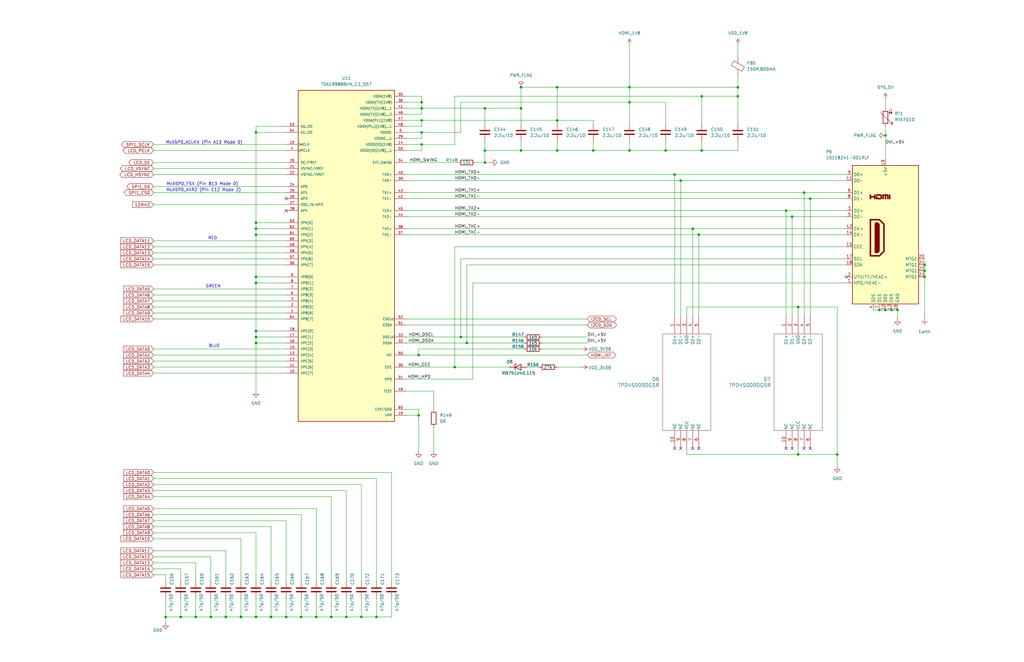
<source format=kicad_sch>
(kicad_sch (version 20231120) (generator "eeschema") (generator_version "8.0")
  (paper "B")
  (title_block (title "HDMI FRAMER"))
  (lib_symbols
    (symbol "MT41K256M16TW-107_P:C" (pin_numbers hide) (pin_names (offset 0.254))
      (property "Reference" "C" (at 0.635 2.54 0))
      (property "Value" "C" (at 0.635 -2.54 0))
      (symbol "C_1_1"
        (pin passive line (at 0 3.81 270) (length 2.794) (name "~") (number "1"))
        (pin passive line (at 0 -3.81 90) (length 2.794) (name "~") (number "2"))
      )
    )
    (symbol "MT41K256M16TW-107_P:D_Zener" (pin_numbers hide) (pin_names (offset 1.016) hide)
      (property "Reference" "D" (at 0 2.54 0))
      (property "Value" "D_Zener" (at 0 -2.54 0))
      (symbol "D_Zener_1_1"
        (pin passive line (at -3.81 0 0) (length 2.54) (name "K") (number "1"))
        (pin passive line (at 3.81 0 180) (length 2.54) (name "A") (number "2"))
      )
    )
    (symbol "MT41K256M16TW-107_P:FerriteBead" (pin_numbers hide) (pin_names (offset 0))
      (property "Reference" "FB" (at -3.81 0.635 90))
      (property "Value" "FerriteBead" (at 3.81 0 90))
      (symbol "FerriteBead_1_1"
        (pin passive line (at 0 3.81 270) (length 2.54) (name "~") (number "1"))
        (pin passive line (at 0 -3.81 90) (length 2.54) (name "~") (number "2"))
      )
    )
    (symbol "MT41K256M16TW-107_P:HDMI_D_1.4"
      (property "Reference" "P6" (at 11.43 1.2701 0))
      (property "Value" "10118241-001RLF" (at 11.43 -1.2699 0))
      (symbol "HDMI_D_1.4_1_1"
        (pin passive line (at -10.16 -19.05 0) (length 2.54) (name "HPD/HEAC-") (number "1"))
        (pin power_in line (at 6.35 -30.48 90) (length 2.54) (name "D0S") (number "10"))
        (pin passive line (at -10.16 24.13 0) (length 2.54) (name "D0-") (number "11"))
        (pin passive line (at -10.16 3.81 0) (length 2.54) (name "CK+") (number "12"))
        (pin power_in line (at 8.89 -30.48 90) (length 2.54) (name "CKS") (number "13"))
        (pin passive line (at -10.16 1.27 0) (length 2.54) (name "CK-") (number "14"))
        (pin bidirectional line (at -10.16 -3.81 0) (length 2.54) (name "CEC") (number "15"))
        (pin power_in line (at 11.43 -30.48 90) (length 2.54) (name "GND") (number "16"))
        (pin passive line (at -10.16 -8.89 0) (length 2.54) (name "SCL") (number "17"))
        (pin bidirectional line (at -10.16 -11.43 0) (length 2.54) (name "SDA") (number "18"))
        (pin power_in line (at 6.35 33.02 270) (length 2.54) (name "+5V") (number "19"))
        (pin passive line (at -10.16 -16.51 0) (length 2.54) (name "UTILITY/HEAC+") (number "2"))
        (pin passive line (at 22.86 -8.89 180) (length 2.54) (name "MTG1") (number "20"))
        (pin passive line (at 22.86 -11.43 180) (length 2.54) (name "MTG1") (number "21"))
        (pin passive line (at 22.86 -13.97 180) (length 2.54) (name "MTG1") (number "22"))
        (pin passive line (at 22.86 -16.51 180) (length 2.54) (name "MTG1") (number "23"))
        (pin passive line (at -10.16 11.43 0) (length 2.54) (name "D2+") (number "3"))
        (pin power_in line (at 1.27 -30.48 90) (length 2.54) (name "D2S") (number "4"))
        (pin passive line (at -10.16 8.89 0) (length 2.54) (name "D2-") (number "5"))
        (pin passive line (at -10.16 19.05 0) (length 2.54) (name "D1+") (number "6"))
        (pin power_in line (at 3.81 -30.48 90) (length 2.54) (name "D1S") (number "7"))
        (pin passive line (at -10.16 16.51 0) (length 2.54) (name "D1-") (number "8"))
        (pin passive line (at -10.16 26.67 0) (length 2.54) (name "D0+") (number "9"))
      )
    )
    (symbol "MT41K256M16TW-107_P:R" (pin_numbers hide) (pin_names (offset 0))
      (property "Reference" "R" (at 2.032 0 90))
      (property "Value" "R" (at 0 0 90))
      (symbol "R_1_1"
        (pin passive line (at 0 3.81 270) (length 1.27) (name "~") (number "1"))
        (pin passive line (at 0 -3.81 90) (length 1.27) (name "~") (number "2"))
      )
    )
    (symbol "MT41K256M16TW-107_P:TDA19988BHN_C1_557" (pin_names (offset 1.016))
      (property "Reference" "U" (at -20.32 64.77 0))
      (property "Value" "TDA19988BHN_C1_557" (at -20.32 -77.47 0))
      (symbol "TDA19988BHN_C1_557_0_0"
        (pin input line (at -25.4 -30.48 0) (length 5.08) (name "VPB[6]") (number "1"))
        (pin input line (at -25.4 -55.88 0) (length 5.08) (name "VPC[7]") (number "10"))
        (pin input line (at -25.4 -53.34 0) (length 5.08) (name "VPC[6]") (number "11"))
        (pin input line (at -25.4 -50.8 0) (length 5.08) (name "VPC[5]") (number "12"))
        (pin input line (at -25.4 -48.26 0) (length 5.08) (name "VPC[4]") (number "13"))
        (pin power_in line (at 25.4 40.64 180) (length 5.08) (name "VDDD(IO)(1V8)") (number "14"))
        (pin input line (at -25.4 -45.72 0) (length 5.08) (name "VPC[3]") (number "15"))
        (pin input line (at -25.4 -43.18 0) (length 5.08) (name "VPC[2]") (number "16"))
        (pin input line (at -25.4 -40.64 0) (length 5.08) (name "VPC[1]") (number "17"))
        (pin input line (at -25.4 -38.1 0) (length 5.08) (name "VPC[0]") (number "18"))
        (pin power_in line (at 25.4 -73.66 180) (length 5.08) (name "VPP") (number "19"))
        (pin input line (at -25.4 -27.94 0) (length 5.08) (name "VPB[5]") (number "2"))
        (pin input line (at -25.4 33.02 0) (length 5.08) (name "DE/FREF") (number "20"))
        (pin input line (at -25.4 30.48 0) (length 5.08) (name "VSYNC/VREF") (number "21"))
        (pin input line (at -25.4 27.94 0) (length 5.08) (name "HSYNC/HREF") (number "22"))
        (pin input clock (at -25.4 40.64 0) (length 5.08) (name "ACLK") (number "23"))
        (pin input line (at -25.4 22.86 0) (length 5.08) (name "AP0") (number "24"))
        (pin input line (at -25.4 20.32 0) (length 5.08) (name "AP1") (number "25"))
        (pin input line (at -25.4 17.78 0) (length 5.08) (name "AP2") (number "26"))
        (pin input line (at -25.4 15.24 0) (length 5.08) (name "OSC_IN/AP3") (number "27"))
        (pin input line (at -25.4 12.7 0) (length 5.08) (name "AP4") (number "28"))
        (pin power_in line (at 25.4 43.18 180) (length 5.08) (name "VDDDC__1") (number "29"))
        (pin input line (at -25.4 -25.4 0) (length 5.08) (name "VPB[4]") (number "3"))
        (pin bidirectional line (at 25.4 -53.34 180) (length 5.08) (name "CEC") (number "30"))
        (pin bidirectional line (at 25.4 -58.42 180) (length 5.08) (name "HPD") (number "31"))
        (pin bidirectional line (at 25.4 -43.18 180) (length 5.08) (name "DSDA") (number "32"))
        (pin input clock (at 25.4 -40.64 180) (length 5.08) (name "DSCL") (number "33"))
        (pin output line (at 25.4 33.02 180) (length 5.08) (name "EXT_SWING") (number "34"))
        (pin power_in line (at 25.4 60.96 180) (length 5.08) (name "VDDA(1V8)") (number "35"))
        (pin power_in line (at 25.4 58.42 180) (length 5.08) (name "VDDA(TX)(1V8)") (number "36"))
        (pin output line (at 25.4 2.54 180) (length 5.08) (name "TXC-") (number "37"))
        (pin output line (at 25.4 5.08 180) (length 5.08) (name "TXC+") (number "38"))
        (pin output line (at 25.4 25.4 180) (length 5.08) (name "TX0-") (number "39"))
        (pin input clock (at -25.4 38.1 0) (length 5.08) (name "PCLK") (number "4"))
        (pin output line (at 25.4 27.94 180) (length 5.08) (name "TX0+") (number "40"))
        (pin power_in line (at 25.4 55.88 180) (length 5.08) (name "VDDA(TX)(1V8)__1") (number "41"))
        (pin output line (at 25.4 17.78 180) (length 5.08) (name "TX1-") (number "42"))
        (pin output line (at 25.4 20.32 180) (length 5.08) (name "TX1+") (number "43"))
        (pin output line (at 25.4 10.16 180) (length 5.08) (name "TX2-") (number "44"))
        (pin output line (at 25.4 12.7 180) (length 5.08) (name "TX2+") (number "45"))
        (pin power_in line (at 25.4 53.34 180) (length 5.08) (name "VDDA(TX)(1V8)__2") (number "46"))
        (pin power_in line (at 25.4 50.8 180) (length 5.08) (name "VDDA(PLL)(1V8)") (number "47"))
        (pin power_in line (at 25.4 48.26 180) (length 5.08) (name "VDDA(PLL)(1V8)__1") (number "48"))
        (pin bidirectional line (at 25.4 -63.5 180) (length 5.08) (name "TEST") (number "49"))
        (pin power_in line (at 25.4 45.72 180) (length 5.08) (name "VDDDC") (number "5"))
        (pin bidirectional line (at 25.4 -48.26 180) (length 5.08) (name "INT") (number "50"))
        (pin bidirectional line (at 25.4 -35.56 180) (length 5.08) (name "CSDA") (number "51"))
        (pin input clock (at 25.4 -33.02 180) (length 5.08) (name "CSCL") (number "52"))
        (pin input line (at -25.4 48.26 0) (length 5.08) (name "A0_I2C") (number "53"))
        (pin input line (at -25.4 45.72 0) (length 5.08) (name "A1_I2C") (number "54"))
        (pin power_in line (at 25.4 38.1 180) (length 5.08) (name "VDDD(IO)(1V8)__1") (number "55"))
        (pin input line (at -25.4 -10.16 0) (length 5.08) (name "VPA[7]") (number "56"))
        (pin input line (at -25.4 -7.62 0) (length 5.08) (name "VPA[6]") (number "57"))
        (pin input line (at -25.4 -5.08 0) (length 5.08) (name "VPA[5]") (number "58"))
        (pin input line (at -25.4 -2.54 0) (length 5.08) (name "VPA[4]") (number "59"))
        (pin input line (at -25.4 -22.86 0) (length 5.08) (name "VPB[3]") (number "6"))
        (pin input line (at -25.4 0 0) (length 5.08) (name "VPA[3]") (number "60"))
        (pin input line (at -25.4 2.54 0) (length 5.08) (name "VPA[2]") (number "61"))
        (pin input line (at -25.4 5.08 0) (length 5.08) (name "VPA[1]") (number "62"))
        (pin input line (at -25.4 7.62 0) (length 5.08) (name "VPA[0]") (number "63"))
        (pin input line (at -25.4 -33.02 0) (length 5.08) (name "VPB[7]") (number "64"))
        (pin power_in line (at 25.4 -71.12 180) (length 5.08) (name "EXP/GND") (number "65"))
        (pin input line (at -25.4 -20.32 0) (length 5.08) (name "VPB[2]") (number "7"))
        (pin input line (at -25.4 -17.78 0) (length 5.08) (name "VPB[1]") (number "8"))
        (pin input line (at -25.4 -15.24 0) (length 5.08) (name "VPB[0]") (number "9"))
      )
    )
    (symbol "MT41K256M16TW-107_P:TPD4S009DGSR" (pin_names (offset 0.254))
      (property "Reference" "D7" (at 26.6699 6.35 90))
      (property "Value" "TPD4S009DGSR" (at 29.2099 6.35 90))
      (symbol "TPD4S009DGSR_0_1"
        (pin unspecified line (at 55.88 0 180) (length 7.62) (name "NC") (number "10"))
        (pin power_in line (at 0 -5.08 0) (length 7.62) (name "GND") (number "3"))
        (pin unspecified line (at 55.88 -10.16 180) (length 7.62) (name "NC") (number "6"))
        (pin unspecified line (at 55.88 -7.62 180) (length 7.62) (name "NC") (number "7"))
        (pin power_in line (at 55.88 -5.08 180) (length 7.62) (name "VCC") (number "8"))
        (pin unspecified line (at 55.88 -2.54 180) (length 7.62) (name "NC") (number "9"))
      )
      (symbol "TPD4S009DGSR_1_1"
        (pin bidirectional line (at 0 0 0) (length 7.62) (name "D1+") (number "1"))
        (pin bidirectional line (at 0 -2.54 0) (length 7.62) (name "D1-") (number "2"))
        (pin bidirectional line (at 0 -7.62 0) (length 7.62) (name "D2+") (number "4"))
        (pin bidirectional line (at 0 -10.16 0) (length 7.62) (name "D2-") (number "5"))
      )
    )
    (symbol "MT41K256M16TW-107_P:Thermistor_PTC" (pin_numbers hide) (pin_names (offset 0))
      (property "Reference" "TH" (at -4.064 0 90))
      (property "Value" "Thermistor_PTC" (at 3.048 0 90))
      (symbol "Thermistor_PTC_1_1"
        (pin passive line (at 0 3.81 270) (length 1.27) (name "~") (number "1"))
        (pin passive line (at 0 -3.81 90) (length 1.27) (name "~") (number "2"))
      )
    )
    (symbol "TPD4S009DGSR_1" (pin_names (offset 0.254))
      (property "Reference" "D6" (at 26.6699 6.35 90))
      (property "Value" "TPD4S009DGSR" (at 29.2099 6.35 90))
      (symbol "TPD4S009DGSR_1_0_1"
        (pin unspecified line (at 55.88 0 180) (length 7.62) (name "NC") (number "10"))
        (pin power_in line (at 0 -5.08 0) (length 7.62) (name "GND") (number "3"))
        (pin unspecified line (at 55.88 -10.16 180) (length 7.62) (name "NC") (number "6"))
        (pin unspecified line (at 55.88 -7.62 180) (length 7.62) (name "NC") (number "7"))
        (pin power_in line (at 55.88 -5.08 180) (length 7.62) (name "VCC") (number "8"))
        (pin unspecified line (at 55.88 -2.54 180) (length 7.62) (name "NC") (number "9"))
      )
      (symbol "TPD4S009DGSR_1_1_1"
        (pin bidirectional line (at 0 0 0) (length 7.62) (name "D1+") (number "1"))
        (pin bidirectional line (at 0 -2.54 0) (length 7.62) (name "D1-") (number "2"))
        (pin bidirectional line (at 0 -7.62 0) (length 7.62) (name "D2+") (number "4"))
        (pin bidirectional line (at 0 -10.16 0) (length 7.62) (name "D2-") (number "5"))
      )
    )
    (symbol "power:Earth" (power) (pin_numbers hide) (pin_names (offset 0) hide)
      (property "Value" "Earth" (at 0 -3.81 0))
      (symbol "Earth_1_1"
        (pin power_in line (at 0 0 270) (length 0) (name "~") (number "1"))
      )
    )
    (symbol "power:GND" (power) (pin_numbers hide) (pin_names (offset 0) hide)
      (property "Value" "GND" (at 0 -3.81 0))
      (symbol "GND_1_1"
        (pin power_in line (at 0 0 270) (length 0) (name "~") (number "1"))
      )
    )
    (symbol "power:PWR_FLAG" (power) (pin_numbers hide) (pin_names (offset 0) hide)
      (property "Value" "PWR_FLAG" (at 0 3.81 0))
      (symbol "PWR_FLAG_0_0"
        (pin power_out line (at 0 0 90) (length 0) (name "~") (number "1"))
      )
    )
    (symbol "power:VD" (power) (pin_numbers hide) (pin_names (offset 0) hide)
      (property "Value" "VD" (at 0 3.556 0))
      (symbol "VD_1_1"
        (pin power_in line (at 0 0 90) (length 0) (name "~") (number "1"))
      )
    )
    (symbol "power:VDD" (power) (pin_numbers hide) (pin_names (offset 0) hide)
      (property "Value" "VDD" (at 0 3.556 0))
      (symbol "VDD_1_1"
        (pin power_in line (at 0 0 90) (length 0) (name "~") (number "1"))
      )
    )
  )
  (junction (at 265.43 43.18))
  (junction (at 107.95 116.84))
  (junction (at 82.55 260.35))
  (junction (at 107.95 142.24))
  (junction (at 294.64 99.06))
  (junction (at 196.85 144.78))
  (junction (at 234.95 36.83))
  (junction (at 334.01 91.44))
  (junction (at 107.95 119.38))
  (junction (at 107.95 139.7))
  (junction (at 234.95 63.5))
  (junction (at 341.63 83.82))
  (junction (at 311.15 40.64))
  (junction (at 158.75 260.35))
  (junction (at 88.9 260.35))
  (junction (at 120.65 260.35))
  (junction (at 295.91 40.64))
  (junction (at 378.46 130.81))
  (junction (at 204.47 68.58))
  (junction (at 69.85 260.35))
  (junction (at 95.25 260.35))
  (junction (at 370.84 130.81))
  (junction (at 389.89 111.76))
  (junction (at 287.02 76.2))
  (junction (at 295.91 63.5))
  (junction (at 177.8 60.96))
  (junction (at 177.8 50.8))
  (junction (at 331.47 88.9))
  (junction (at 219.71 63.5))
  (junction (at 292.1 96.52))
  (junction (at 336.55 191.77))
  (junction (at 311.15 36.83))
  (junction (at 336.55 129.54))
  (junction (at 139.7 260.35))
  (junction (at 107.95 55.88))
  (junction (at 204.47 45.72))
  (junction (at 204.47 63.5))
  (junction (at 107.95 260.35))
  (junction (at 107.95 96.52))
  (junction (at 375.92 130.81))
  (junction (at 280.67 63.5))
  (junction (at 250.19 63.5))
  (junction (at 284.48 73.66))
  (junction (at 219.71 36.83))
  (junction (at 101.6 260.35))
  (junction (at 265.43 63.5))
  (junction (at 107.95 99.06))
  (junction (at 114.3 260.35))
  (junction (at 265.43 36.83))
  (junction (at 339.09 81.28))
  (junction (at 176.53 149.86))
  (junction (at 76.2 260.35))
  (junction (at 177.8 45.72))
  (junction (at 219.71 45.72))
  (junction (at 389.89 116.84))
  (junction (at 133.35 260.35))
  (junction (at 373.38 130.81))
  (junction (at 234.95 50.8))
  (junction (at 127 260.35))
  (junction (at 107.95 93.98))
  (junction (at 194.31 142.24))
  (junction (at 146.05 260.35))
  (junction (at 373.38 57.15))
  (junction (at 176.53 175.26))
  (junction (at 107.95 144.78))
  (junction (at 152.4 260.35))
  (junction (at 191.77 154.94))
  (junction (at 177.8 55.88))
  (junction (at 353.06 191.77))
  (junction (at 389.89 114.3))
  (junction (at 177.8 43.18))
  (no_connect (at 120.65 83.82))
  (no_connect (at 292.1 189.23))
  (no_connect (at 331.47 189.23))
  (no_connect (at 341.63 189.23))
  (no_connect (at 287.02 189.23))
  (no_connect (at 339.09 189.23))
  (no_connect (at 284.48 189.23))
  (no_connect (at 334.01 189.23))
  (no_connect (at 294.64 189.23))
  (no_connect (at 356.87 116.84))
  (no_connect (at 120.65 88.9))
  (wire (pts (xy 107.95 53.34) (xy 120.65 53.34)))
  (wire (pts (xy 64.77 207.01) (xy 146.05 207.01)))
  (wire (pts (xy 171.45 154.94) (xy 191.77 154.94)))
  (wire (pts (xy 356.87 119.38) (xy 199.39 119.38)))
  (wire (pts (xy 199.39 119.38) (xy 199.39 160.02)))
  (wire (pts (xy 191.77 154.94) (xy 214.63 154.94)))
  (wire (pts (xy 331.47 88.9) (xy 356.87 88.9)))
  (wire (pts (xy 176.53 149.86) (xy 247.65 149.86)))
  (wire (pts (xy 353.06 191.77) (xy 353.06 196.85)))
  (wire (pts (xy 82.55 260.35) (xy 88.9 260.35)))
  (wire (pts (xy 64.77 227.33) (xy 101.6 227.33)))
  (wire (pts (xy 64.77 217.17) (xy 127 217.17)))
  (wire (pts (xy 64.77 104.14) (xy 120.65 104.14)))
  (wire (pts (xy 177.8 55.88) (xy 194.31 55.88)))
  (wire (pts (xy 171.45 81.28) (xy 339.09 81.28)))
  (wire (pts (xy 64.77 232.41) (xy 95.25 232.41)))
  (wire (pts (xy 114.3 252.73) (xy 114.3 260.35)))
  (wire (pts (xy 171.45 60.96) (xy 177.8 60.96)))
  (wire (pts (xy 64.77 111.76) (xy 120.65 111.76)))
  (wire (pts (xy 339.09 81.28) (xy 356.87 81.28)))
  (wire (pts (xy 341.63 83.82) (xy 356.87 83.82)))
  (wire (pts (xy 311.15 36.83) (xy 311.15 40.64)))
  (wire (pts (xy 107.95 142.24) (xy 107.95 144.78)))
  (wire (pts (xy 107.95 93.98) (xy 107.95 55.88)))
  (wire (pts (xy 64.77 147.32) (xy 120.65 147.32)))
  (wire (pts (xy 389.89 109.22) (xy 389.89 111.76)))
  (wire (pts (xy 177.8 58.42) (xy 171.45 58.42)))
  (wire (pts (xy 152.4 260.35) (xy 158.75 260.35)))
  (wire (pts (xy 373.38 41.91) (xy 373.38 45.72)))
  (wire (pts (xy 353.06 129.54) (xy 353.06 191.77)))
  (wire (pts (xy 171.45 91.44) (xy 334.01 91.44)))
  (wire (pts (xy 171.45 149.86) (xy 176.53 149.86)))
  (wire (pts (xy 114.3 222.25) (xy 114.3 245.11)))
  (wire (pts (xy 265.43 63.5) (xy 280.67 63.5)))
  (wire (pts (xy 177.8 53.34) (xy 171.45 53.34)))
  (wire (pts (xy 88.9 252.73) (xy 88.9 260.35)))
  (wire (pts (xy 76.2 260.35) (xy 82.55 260.35)))
  (wire (pts (xy 64.77 224.79) (xy 107.95 224.79)))
  (wire (pts (xy 219.71 45.72) (xy 219.71 52.07)))
  (wire (pts (xy 107.95 139.7) (xy 120.65 139.7)))
  (wire (pts (xy 177.8 63.5) (xy 171.45 63.5)))
  (wire (pts (xy 165.1 260.35) (xy 165.1 252.73)))
  (wire (pts (xy 196.85 111.76) (xy 196.85 144.78)))
  (wire (pts (xy 64.77 86.36) (xy 120.65 86.36)))
  (wire (pts (xy 64.77 78.74) (xy 120.65 78.74)))
  (wire (pts (xy 107.95 99.06) (xy 107.95 116.84)))
  (wire (pts (xy 234.95 50.8) (xy 234.95 52.07)))
  (wire (pts (xy 82.55 252.73) (xy 82.55 260.35)))
  (wire (pts (xy 204.47 68.58) (xy 207.01 68.58)))
  (wire (pts (xy 107.95 260.35) (xy 114.3 260.35)))
  (wire (pts (xy 219.71 36.83) (xy 234.95 36.83)))
  (wire (pts (xy 196.85 144.78) (xy 220.98 144.78)))
  (wire (pts (xy 177.8 48.26) (xy 171.45 48.26)))
  (wire (pts (xy 120.65 252.73) (xy 120.65 260.35)))
  (wire (pts (xy 101.6 227.33) (xy 101.6 245.11)))
  (wire (pts (xy 64.77 63.5) (xy 120.65 63.5)))
  (wire (pts (xy 389.89 114.3) (xy 389.89 116.84)))
  (wire (pts (xy 177.8 43.18) (xy 177.8 45.72)))
  (wire (pts (xy 177.8 55.88) (xy 177.8 58.42)))
  (wire (pts (xy 334.01 91.44) (xy 356.87 91.44)))
  (wire (pts (xy 331.47 88.9) (xy 331.47 133.35)))
  (wire (pts (xy 176.53 172.72) (xy 176.53 175.26)))
  (wire (pts (xy 64.77 129.54) (xy 120.65 129.54)))
  (wire (pts (xy 139.7 260.35) (xy 146.05 260.35)))
  (wire (pts (xy 284.48 73.66) (xy 284.48 133.35)))
  (wire (pts (xy 234.95 63.5) (xy 250.19 63.5)))
  (wire (pts (xy 228.6 144.78) (xy 247.65 144.78)))
  (wire (pts (xy 311.15 52.07) (xy 311.15 40.64)))
  (wire (pts (xy 219.71 63.5) (xy 234.95 63.5)))
  (wire (pts (xy 64.77 81.28) (xy 120.65 81.28)))
  (wire (pts (xy 356.87 111.76) (xy 196.85 111.76)))
  (wire (pts (xy 146.05 260.35) (xy 152.4 260.35)))
  (wire (pts (xy 64.77 109.22) (xy 120.65 109.22)))
  (wire (pts (xy 289.56 133.35) (xy 289.56 129.54)))
  (wire (pts (xy 176.53 175.26) (xy 176.53 190.5)))
  (wire (pts (xy 191.77 60.96) (xy 177.8 60.96)))
  (wire (pts (xy 107.95 116.84) (xy 107.95 119.38)))
  (wire (pts (xy 95.25 252.73) (xy 95.25 260.35)))
  (wire (pts (xy 171.45 83.82) (xy 341.63 83.82)))
  (wire (pts (xy 370.84 130.81) (xy 373.38 130.81)))
  (wire (pts (xy 139.7 209.55) (xy 139.7 245.11)))
  (wire (pts (xy 245.11 147.32) (xy 228.6 147.32)))
  (wire (pts (xy 176.53 149.86) (xy 176.53 147.32)))
  (wire (pts (xy 245.11 154.94) (xy 234.95 154.94)))
  (wire (pts (xy 64.77 149.86) (xy 120.65 149.86)))
  (wire (pts (xy 82.55 237.49) (xy 82.55 245.11)))
  (wire (pts (xy 287.02 76.2) (xy 356.87 76.2)))
  (wire (pts (xy 64.77 101.6) (xy 120.65 101.6)))
  (wire (pts (xy 336.55 191.77) (xy 353.06 191.77)))
  (wire (pts (xy 64.77 132.08) (xy 120.65 132.08)))
  (wire (pts (xy 133.35 214.63) (xy 133.35 245.11)))
  (wire (pts (xy 294.64 99.06) (xy 294.64 133.35)))
  (wire (pts (xy 171.45 172.72) (xy 176.53 172.72)))
  (wire (pts (xy 171.45 50.8) (xy 177.8 50.8)))
  (wire (pts (xy 64.77 71.12) (xy 120.65 71.12)))
  (wire (pts (xy 64.77 201.93) (xy 158.75 201.93)))
  (wire (pts (xy 76.2 252.73) (xy 76.2 260.35)))
  (wire (pts (xy 289.56 129.54) (xy 336.55 129.54)))
  (wire (pts (xy 64.77 234.95) (xy 88.9 234.95)))
  (wire (pts (xy 107.95 93.98) (xy 107.95 96.52)))
  (wire (pts (xy 250.19 59.69) (xy 250.19 63.5)))
  (wire (pts (xy 171.45 88.9) (xy 331.47 88.9)))
  (wire (pts (xy 107.95 119.38) (xy 120.65 119.38)))
  (wire (pts (xy 295.91 63.5) (xy 311.15 63.5)))
  (wire (pts (xy 311.15 31.75) (xy 311.15 36.83)))
  (wire (pts (xy 107.95 252.73) (xy 107.95 260.35)))
  (wire (pts (xy 171.45 134.62) (xy 247.65 134.62)))
  (wire (pts (xy 182.88 165.1) (xy 182.88 172.72)))
  (wire (pts (xy 177.8 45.72) (xy 204.47 45.72)))
  (wire (pts (xy 311.15 63.5) (xy 311.15 59.69)))
  (wire (pts (xy 356.87 109.22) (xy 194.31 109.22)))
  (wire (pts (xy 64.77 73.66) (xy 120.65 73.66)))
  (wire (pts (xy 280.67 52.07) (xy 280.67 43.18)))
  (wire (pts (xy 64.77 214.63) (xy 133.35 214.63)))
  (wire (pts (xy 107.95 144.78) (xy 120.65 144.78)))
  (wire (pts (xy 177.8 40.64) (xy 177.8 43.18)))
  (wire (pts (xy 69.85 262.89) (xy 69.85 260.35)))
  (wire (pts (xy 191.77 104.14) (xy 191.77 154.94)))
  (wire (pts (xy 294.64 99.06) (xy 356.87 99.06)))
  (wire (pts (xy 69.85 242.57) (xy 69.85 245.11)))
  (wire (pts (xy 127 217.17) (xy 127 245.11)))
  (wire (pts (xy 234.95 36.83) (xy 265.43 36.83)))
  (wire (pts (xy 389.89 116.84) (xy 389.89 134.62)))
  (wire (pts (xy 133.35 260.35) (xy 139.7 260.35)))
  (wire (pts (xy 120.65 219.71) (xy 120.65 245.11)))
  (wire (pts (xy 334.01 91.44) (xy 334.01 133.35)))
  (wire (pts (xy 265.43 36.83) (xy 265.43 43.18)))
  (wire (pts (xy 171.45 142.24) (xy 194.31 142.24)))
  (wire (pts (xy 200.66 68.58) (xy 204.47 68.58)))
  (wire (pts (xy 378.46 130.81) (xy 378.46 134.62)))
  (wire (pts (xy 69.85 260.35) (xy 76.2 260.35)))
  (wire (pts (xy 204.47 63.5) (xy 219.71 63.5)))
  (wire (pts (xy 336.55 129.54) (xy 336.55 133.35)))
  (wire (pts (xy 107.95 144.78) (xy 107.95 165.1)))
  (wire (pts (xy 341.63 83.82) (xy 341.63 133.35)))
  (wire (pts (xy 171.45 40.64) (xy 177.8 40.64)))
  (wire (pts (xy 171.45 43.18) (xy 177.8 43.18)))
  (wire (pts (xy 280.67 59.69) (xy 280.67 63.5)))
  (wire (pts (xy 280.67 63.5) (xy 295.91 63.5)))
  (wire (pts (xy 177.8 45.72) (xy 177.8 48.26)))
  (wire (pts (xy 204.47 63.5) (xy 204.47 68.58)))
  (wire (pts (xy 336.55 129.54) (xy 353.06 129.54)))
  (wire (pts (xy 64.77 222.25) (xy 114.3 222.25)))
  (wire (pts (xy 250.19 50.8) (xy 250.19 52.07)))
  (wire (pts (xy 171.45 99.06) (xy 294.64 99.06)))
  (wire (pts (xy 171.45 96.52) (xy 292.1 96.52)))
  (wire (pts (xy 76.2 240.03) (xy 76.2 245.11)))
  (wire (pts (xy 158.75 201.93) (xy 158.75 245.11)))
  (wire (pts (xy 204.47 59.69) (xy 204.47 63.5)))
  (wire (pts (xy 171.45 175.26) (xy 176.53 175.26)))
  (wire (pts (xy 292.1 96.52) (xy 292.1 133.35)))
  (wire (pts (xy 88.9 234.95) (xy 88.9 245.11)))
  (wire (pts (xy 250.19 63.5) (xy 265.43 63.5)))
  (wire (pts (xy 191.77 40.64) (xy 191.77 60.96)))
  (wire (pts (xy 176.53 147.32) (xy 220.98 147.32)))
  (wire (pts (xy 373.38 130.81) (xy 375.92 130.81)))
  (wire (pts (xy 64.77 154.94) (xy 120.65 154.94)))
  (wire (pts (xy 120.65 93.98) (xy 107.95 93.98)))
  (wire (pts (xy 107.95 139.7) (xy 107.95 142.24)))
  (wire (pts (xy 127 260.35) (xy 133.35 260.35)))
  (wire (pts (xy 64.77 240.03) (xy 76.2 240.03)))
  (wire (pts (xy 265.43 19.05) (xy 265.43 36.83)))
  (wire (pts (xy 152.4 252.73) (xy 152.4 260.35)))
  (wire (pts (xy 107.95 116.84) (xy 120.65 116.84)))
  (wire (pts (xy 287.02 76.2) (xy 287.02 133.35)))
  (wire (pts (xy 133.35 252.73) (xy 133.35 260.35)))
  (wire (pts (xy 107.95 119.38) (xy 107.95 139.7)))
  (wire (pts (xy 171.45 68.58) (xy 193.04 68.58)))
  (wire (pts (xy 234.95 36.83) (xy 234.95 50.8)))
  (wire (pts (xy 127 252.73) (xy 127 260.35)))
  (wire (pts (xy 373.38 57.15) (xy 373.38 67.31)))
  (wire (pts (xy 336.55 189.23) (xy 336.55 191.77)))
  (wire (pts (xy 64.77 157.48) (xy 120.65 157.48)))
  (wire (pts (xy 64.77 209.55) (xy 139.7 209.55)))
  (wire (pts (xy 171.45 144.78) (xy 196.85 144.78)))
  (wire (pts (xy 64.77 237.49) (xy 82.55 237.49)))
  (wire (pts (xy 64.77 127) (xy 120.65 127)))
  (wire (pts (xy 295.91 40.64) (xy 191.77 40.64)))
  (wire (pts (xy 171.45 137.16) (xy 247.65 137.16)))
  (wire (pts (xy 64.77 68.58) (xy 120.65 68.58)))
  (wire (pts (xy 64.77 134.62) (xy 120.65 134.62)))
  (wire (pts (xy 107.95 96.52) (xy 107.95 99.06)))
  (wire (pts (xy 284.48 73.66) (xy 356.87 73.66)))
  (wire (pts (xy 69.85 252.73) (xy 69.85 260.35)))
  (wire (pts (xy 64.77 204.47) (xy 152.4 204.47)))
  (wire (pts (xy 107.95 55.88) (xy 120.65 55.88)))
  (wire (pts (xy 234.95 59.69) (xy 234.95 63.5)))
  (wire (pts (xy 171.45 165.1) (xy 182.88 165.1)))
  (wire (pts (xy 295.91 59.69) (xy 295.91 63.5)))
  (wire (pts (xy 289.56 189.23) (xy 289.56 191.77)))
  (wire (pts (xy 139.7 252.73) (xy 139.7 260.35)))
  (wire (pts (xy 158.75 260.35) (xy 165.1 260.35)))
  (wire (pts (xy 222.25 154.94) (xy 227.33 154.94)))
  (wire (pts (xy 64.77 60.96) (xy 120.65 60.96)))
  (wire (pts (xy 234.95 50.8) (xy 250.19 50.8)))
  (wire (pts (xy 107.95 142.24) (xy 120.65 142.24)))
  (wire (pts (xy 95.25 260.35) (xy 101.6 260.35)))
  (wire (pts (xy 265.43 36.83) (xy 311.15 36.83)))
  (wire (pts (xy 64.77 199.39) (xy 165.1 199.39)))
  (wire (pts (xy 311.15 19.05) (xy 311.15 24.13)))
  (wire (pts (xy 88.9 260.35) (xy 95.25 260.35)))
  (wire (pts (xy 107.95 99.06) (xy 120.65 99.06)))
  (wire (pts (xy 64.77 124.46) (xy 120.65 124.46)))
  (wire (pts (xy 107.95 96.52) (xy 120.65 96.52)))
  (wire (pts (xy 265.43 43.18) (xy 265.43 52.07)))
  (wire (pts (xy 146.05 207.01) (xy 146.05 245.11)))
  (wire (pts (xy 194.31 142.24) (xy 220.98 142.24)))
  (wire (pts (xy 171.45 73.66) (xy 284.48 73.66)))
  (wire (pts (xy 64.77 106.68) (xy 120.65 106.68)))
  (wire (pts (xy 368.3 130.81) (xy 370.84 130.81)))
  (wire (pts (xy 204.47 45.72) (xy 219.71 45.72)))
  (wire (pts (xy 194.31 43.18) (xy 265.43 43.18)))
  (wire (pts (xy 228.6 142.24) (xy 247.65 142.24)))
  (wire (pts (xy 295.91 40.64) (xy 295.91 52.07)))
  (wire (pts (xy 339.09 81.28) (xy 339.09 133.35)))
  (wire (pts (xy 95.25 232.41) (xy 95.25 245.11)))
  (wire (pts (xy 120.65 260.35) (xy 127 260.35)))
  (wire (pts (xy 64.77 121.92) (xy 120.65 121.92)))
  (wire (pts (xy 292.1 96.52) (xy 356.87 96.52)))
  (wire (pts (xy 194.31 109.22) (xy 194.31 142.24)))
  (wire (pts (xy 311.15 40.64) (xy 295.91 40.64)))
  (wire (pts (xy 194.31 55.88) (xy 194.31 43.18)))
  (wire (pts (xy 182.88 180.34) (xy 182.88 190.5)))
  (wire (pts (xy 204.47 45.72) (xy 204.47 52.07)))
  (wire (pts (xy 219.71 45.72) (xy 219.71 36.83)))
  (wire (pts (xy 356.87 104.14) (xy 191.77 104.14)))
  (wire (pts (xy 64.77 219.71) (xy 120.65 219.71)))
  (wire (pts (xy 107.95 224.79) (xy 107.95 245.11)))
  (wire (pts (xy 146.05 252.73) (xy 146.05 260.35)))
  (wire (pts (xy 64.77 242.57) (xy 69.85 242.57)))
  (wire (pts (xy 101.6 252.73) (xy 101.6 260.35)))
  (wire (pts (xy 165.1 199.39) (xy 165.1 245.11)))
  (wire (pts (xy 289.56 191.77) (xy 336.55 191.77)))
  (wire (pts (xy 152.4 204.47) (xy 152.4 245.11)))
  (wire (pts (xy 114.3 260.35) (xy 120.65 260.35)))
  (wire (pts (xy 177.8 60.96) (xy 177.8 63.5)))
  (wire (pts (xy 177.8 50.8) (xy 234.95 50.8)))
  (wire (pts (xy 280.67 43.18) (xy 265.43 43.18)))
  (wire (pts (xy 373.38 53.34) (xy 373.38 57.15)))
  (wire (pts (xy 375.92 130.81) (xy 378.46 130.81)))
  (wire (pts (xy 171.45 45.72) (xy 177.8 45.72)))
  (wire (pts (xy 107.95 55.88) (xy 107.95 53.34)))
  (wire (pts (xy 171.45 160.02) (xy 199.39 160.02)))
  (wire (pts (xy 101.6 260.35) (xy 107.95 260.35)))
  (wire (pts (xy 158.75 252.73) (xy 158.75 260.35)))
  (wire (pts (xy 171.45 76.2) (xy 287.02 76.2)))
  (wire (pts (xy 64.77 152.4) (xy 120.65 152.4)))
  (wire (pts (xy 389.89 111.76) (xy 389.89 114.3)))
  (wire (pts (xy 219.71 59.69) (xy 219.71 63.5)))
  (wire (pts (xy 177.8 50.8) (xy 177.8 53.34)))
  (wire (pts (xy 265.43 59.69) (xy 265.43 63.5)))
  (wire (pts (xy 171.45 55.88) (xy 177.8 55.88)))
  (text "McASP0_ACLKX (Pin A13 Mode 0)" (at 86.106 60.198 0) (effects (font (size 1.27 1.27))))
  (text "McASP0_FSX (Pin B13 Mode 0)" (at 85.344 77.724 0) (effects (font (size 1.27 1.27))))
  (text "GREEN" (at 89.916 120.904 0) (effects (font (size 1.27 1.27))))
  (text "RED" (at 89.662 100.584 0) (effects (font (size 1.27 1.27))))
  (text "BLUE" (at 90.424 146.05 0) (effects (font (size 1.27 1.27))))
  (text "McASP0_AXR2 (Pin C12 Mode 2)" (at 85.852 80.264 0) (effects (font (size 1.27 1.27))))
  (label "HDMI_TX1-" (at 191.77 83.82 0))
  (label "HDMI_TX0+" (at 191.77 73.66 0))
  (label "DVI_+5V" (at 373.38 60.96 0))
  (label "HDMI_DSDA" (at 182.88 144.78 180))
  (label "HDMI_HPD" (at 181.61 160.02 180))
  (label "DVI_+5V" (at 247.65 144.78 0))
  (label "HDMI_DSCL" (at 182.88 142.24 180))
  (label "HDMI_TX1+" (at 191.77 81.28 0))
  (label "HDMI_SWING" (at 172.72 68.58 0))
  (label "HDMI_TXC+" (at 191.77 96.52 0))
  (label "HDMI_TX0-" (at 191.77 76.2 0))
  (label "HDMI_TX2+" (at 191.77 88.9 0))
  (label "HDMI_CEC" (at 181.61 154.94 180))
  (label "HDMI_TXC-" (at 191.77 99.06 0))
  (label "HDMI_TX2-" (at 191.77 91.44 0))
  (label "DVI_+5V" (at 247.65 142.24 0))
  (global_label "LCD_DATA12" (shape input) (at 64.77 104.14 180) (property "Intersheetrefs" "${INTERSHEET_REFS}" (effects (hide yes))))
  (global_label "LCD_DATA15" (shape input) (at 64.77 242.57 180) (property "Intersheetrefs" "${INTERSHEET_REFS}" (effects (hide yes))))
  (global_label "LCD_DATA1" (shape input) (at 64.77 201.93 180) (property "Intersheetrefs" "${INTERSHEET_REFS}" (effects (hide yes))))
  (global_label "LCD_DATA6" (shape input) (at 64.77 217.17 180) (property "Intersheetrefs" "${INTERSHEET_REFS}" (effects (hide yes))))
  (global_label "LCD_DATA9" (shape input) (at 64.77 132.08 180) (property "Intersheetrefs" "${INTERSHEET_REFS}" (effects (hide yes))))
  (global_label "HDMI_INT" (shape bidirectional) (at 247.65 149.86 0) (property "Intersheetrefs" "${INTERSHEET_REFS}" (effects (hide yes))))
  (global_label "LCD_DATA7" (shape input) (at 64.77 219.71 180) (property "Intersheetrefs" "${INTERSHEET_REFS}" (effects (hide yes))))
  (global_label "LCD_HSYNC" (shape bidirectional) (at 64.77 73.66 180) (property "Intersheetrefs" "${INTERSHEET_REFS}" (effects (hide yes))))
  (global_label "SPI1_CS0" (shape bidirectional) (at 64.77 81.28 180) (property "Intersheetrefs" "${INTERSHEET_REFS}" (effects (hide yes))))
  (global_label "12MHZ" (shape input) (at 64.77 86.36 180) (property "Intersheetrefs" "${INTERSHEET_REFS}" (effects (hide yes))))
  (global_label "I2C0_SDA" (shape bidirectional) (at 247.65 137.16 0) (property "Intersheetrefs" "${INTERSHEET_REFS}" (effects (hide yes))))
  (global_label "LCD_DATA5" (shape input) (at 64.77 214.63 180) (property "Intersheetrefs" "${INTERSHEET_REFS}" (effects (hide yes))))
  (global_label "LCD_DATA14" (shape input) (at 64.77 109.22 180) (property "Intersheetrefs" "${INTERSHEET_REFS}" (effects (hide yes))))
  (global_label "LCD_DATA8" (shape input) (at 64.77 222.25 180) (property "Intersheetrefs" "${INTERSHEET_REFS}" (effects (hide yes))))
  (global_label "SPI1_SCLK" (shape bidirectional) (at 64.77 60.96 180) (property "Intersheetrefs" "${INTERSHEET_REFS}" (effects (hide yes))))
  (global_label "LCD_DATA2" (shape input) (at 64.77 152.4 180) (property "Intersheetrefs" "${INTERSHEET_REFS}" (effects (hide yes))))
  (global_label "LCD_DE" (shape bidirectional) (at 64.77 68.58 180) (property "Intersheetrefs" "${INTERSHEET_REFS}" (effects (hide yes))))
  (global_label "LCD_DATA8" (shape input) (at 64.77 129.54 180) (property "Intersheetrefs" "${INTERSHEET_REFS}" (effects (hide yes))))
  (global_label "LCD_DATA0" (shape input) (at 64.77 147.32 180) (property "Intersheetrefs" "${INTERSHEET_REFS}" (effects (hide yes))))
  (global_label "I2C0_SCL" (shape bidirectional) (at 247.65 134.62 0) (property "Intersheetrefs" "${INTERSHEET_REFS}" (effects (hide yes))))
  (global_label "LCD_DATA13" (shape input) (at 64.77 237.49 180) (property "Intersheetrefs" "${INTERSHEET_REFS}" (effects (hide yes))))
  (global_label "LCD_DATA1" (shape input) (at 64.77 149.86 180) (property "Intersheetrefs" "${INTERSHEET_REFS}" (effects (hide yes))))
  (global_label "LCD_DATA9" (shape input) (at 64.77 224.79 180) (property "Intersheetrefs" "${INTERSHEET_REFS}" (effects (hide yes))))
  (global_label "LCD_DATA6" (shape input) (at 64.77 124.46 180) (property "Intersheetrefs" "${INTERSHEET_REFS}" (effects (hide yes))))
  (global_label "LCD_DATA4" (shape input) (at 64.77 157.48 180) (property "Intersheetrefs" "${INTERSHEET_REFS}" (effects (hide yes))))
  (global_label "LCD_VSYNC" (shape bidirectional) (at 64.77 71.12 180) (property "Intersheetrefs" "${INTERSHEET_REFS}" (effects (hide yes))))
  (global_label "LCD_DATA15" (shape input) (at 64.77 111.76 180) (property "Intersheetrefs" "${INTERSHEET_REFS}" (effects (hide yes))))
  (global_label "LCD_DATA14" (shape input) (at 64.77 240.03 180) (property "Intersheetrefs" "${INTERSHEET_REFS}" (effects (hide yes))))
  (global_label "LCD_DATA4" (shape input) (at 64.77 209.55 180) (property "Intersheetrefs" "${INTERSHEET_REFS}" (effects (hide yes))))
  (global_label "LCD_DATA2" (shape input) (at 64.77 204.47 180) (property "Intersheetrefs" "${INTERSHEET_REFS}" (effects (hide yes))))
  (global_label "LCD_DATA5" (shape input) (at 64.77 121.92 180) (property "Intersheetrefs" "${INTERSHEET_REFS}" (effects (hide yes))))
  (global_label "LCD_DATA10" (shape input) (at 64.77 227.33 180) (property "Intersheetrefs" "${INTERSHEET_REFS}" (effects (hide yes))))
  (global_label "LCD_DATA12" (shape input) (at 64.77 234.95 180) (property "Intersheetrefs" "${INTERSHEET_REFS}" (effects (hide yes))))
  (global_label "LCD_DATA11" (shape input) (at 64.77 232.41 180) (property "Intersheetrefs" "${INTERSHEET_REFS}" (effects (hide yes))))
  (global_label "LCD_DATA10" (shape input) (at 64.77 134.62 180) (property "Intersheetrefs" "${INTERSHEET_REFS}" (effects (hide yes))))
  (global_label "LCD_DATA11" (shape input) (at 64.77 101.6 180) (property "Intersheetrefs" "${INTERSHEET_REFS}" (effects (hide yes))))
  (global_label "LCD_DATA3" (shape input) (at 64.77 207.01 180) (property "Intersheetrefs" "${INTERSHEET_REFS}" (effects (hide yes))))
  (global_label "LCD_DATA3" (shape input) (at 64.77 154.94 180) (property "Intersheetrefs" "${INTERSHEET_REFS}" (effects (hide yes))))
  (global_label "LCD_DATA0" (shape input) (at 64.77 199.39 180) (property "Intersheetrefs" "${INTERSHEET_REFS}" (effects (hide yes))))
  (global_label "SPI1_D0" (shape bidirectional) (at 64.77 78.74 180) (property "Intersheetrefs" "${INTERSHEET_REFS}" (effects (hide yes))))
  (global_label "LCD_DATA13" (shape input) (at 64.77 106.68 180) (property "Intersheetrefs" "${INTERSHEET_REFS}" (effects (hide yes))))
  (global_label "LCD_DATA7" (shape input) (at 64.77 127 180) (property "Intersheetrefs" "${INTERSHEET_REFS}" (effects (hide yes))))
  (global_label "LCD_PCLK" (shape bidirectional) (at 64.77 63.5 180) (property "Intersheetrefs" "${INTERSHEET_REFS}" (effects (hide yes))))
  (symbol (lib_id "MT41K256M16TW-107_P:R") (at 224.79 144.78 270) (unit 1)
    (property "Reference" "R146" (at 218.44 143.764 90))
    (property "Value" "1k5" (at 224.79 144.78 90))
    (property "Footprint" "Resistor_SMD:R_0402_1005Metric" (effects (hide yes)))
    (property "Description" "Resistor" (effects (hide yes)))
  )
  (symbol (lib_id "MT41K256M16TW-107_P:C") (at 204.47 55.88 0) (unit 1)
    (property "Reference" "C144" (at 208.28 54.6099 0) (effects (justify left)))
    (property "Value" "2.2u/10" (at 208.28 57.1499 0) (effects (justify left)))
    (property "Footprint" "Capacitor_SMD:C_0402_1005Metric" (effects (hide yes)))
    (property "Description" "Unpolarized capacitor" (effects (hide yes)))
  )
  (symbol (lib_id "MT41K256M16TW-107_P:C") (at 139.7 248.92 0) (unit 1)
    (property "Reference" "C169" (at 142.24 246.888 90) (effects (justify left)))
    (property "Value" "47p/50" (at 141.986 258.064 90) (effects (justify left)))
    (property "Footprint" "Capacitor_SMD:C_0402_1005Metric" (effects (hide yes)))
    (property "Description" "Unpolarized capacitor" (effects (hide yes)))
  )
  (symbol (lib_id "MT41K256M16TW-107_P:C") (at 107.95 248.92 0) (unit 1)
    (property "Reference" "C164" (at 110.49 246.888 90) (effects (justify left)))
    (property "Value" "47p/50" (at 110.236 258.064 90) (effects (justify left)))
    (property "Footprint" "Capacitor_SMD:C_0402_1005Metric" (effects (hide yes)))
    (property "Description" "Unpolarized capacitor" (effects (hide yes)))
  )
  (symbol (lib_id "MT41K256M16TW-107_P:C") (at 88.9 248.92 0) (unit 1)
    (property "Reference" "C161" (at 91.44 246.888 90) (effects (justify left)))
    (property "Value" "47p/50" (at 91.186 258.064 90) (effects (justify left)))
    (property "Footprint" "Capacitor_SMD:C_0402_1005Metric" (effects (hide yes)))
    (property "Description" "Unpolarized capacitor" (effects (hide yes)))
  )
  (symbol (lib_id "MT41K256M16TW-107_P:C") (at 165.1 248.92 0) (unit 1)
    (property "Reference" "C173" (at 167.64 246.888 90) (effects (justify left)))
    (property "Value" "47p/50" (at 167.386 258.064 90) (effects (justify left)))
    (property "Footprint" "Capacitor_SMD:C_0402_1005Metric" (effects (hide yes)))
    (property "Description" "Unpolarized capacitor" (effects (hide yes)))
  )
  (symbol (lib_id "MT41K256M16TW-107_P:C") (at 152.4 248.92 0) (unit 1)
    (property "Reference" "C172" (at 154.94 246.888 90) (effects (justify left)))
    (property "Value" "47p/50" (at 154.686 258.064 90) (effects (justify left)))
    (property "Footprint" "Capacitor_SMD:C_0402_1005Metric" (effects (hide yes)))
    (property "Description" "Unpolarized capacitor" (effects (hide yes)))
  )
  (symbol (lib_id "MT41K256M16TW-107_P:C") (at 250.19 55.88 0) (unit 1)
    (property "Reference" "C147" (at 254 54.6099 0) (effects (justify left)))
    (property "Value" "2.2u/10" (at 254 57.1499 0) (effects (justify left)))
    (property "Footprint" "Capacitor_SMD:C_0402_1005Metric" (effects (hide yes)))
    (property "Description" "Unpolarized capacitor" (effects (hide yes)))
  )
  (symbol (lib_id "MT41K256M16TW-107_P:FerriteBead") (at 311.15 27.94 0) (unit 1)
    (property "Reference" "FB5" (at 314.96 26.6191 0) (effects (justify left)))
    (property "Value" "150R,800mA" (at 314.96 29.1591 0) (effects (justify left)))
    (property "Footprint" "Inductor_SMD:L_0805_2012Metric" (effects (hide yes)))
    (property "Description" "Ferrite bead" (effects (hide yes)))
  )
  (symbol (lib_id "power:GND") (at 182.88 190.5 0) (unit 1)
    (property "Reference" "#PWR0174" (effects (hide yes)))
    (property "Value" "GND" (at 182.88 195.58 0))
    (property "Description" "Power symbol creates a global label with name \"GND\" , ground" (effects (hide yes)))
  )
  (symbol (lib_id "MT41K256M16TW-107_P:C") (at 69.85 248.92 0) (unit 1)
    (property "Reference" "C156" (at 72.39 246.888 90) (effects (justify left)))
    (property "Value" "47p/50" (at 72.136 258.064 90) (effects (justify left)))
    (property "Footprint" "Capacitor_SMD:C_0402_1005Metric" (effects (hide yes)))
    (property "Description" "Unpolarized capacitor" (effects (hide yes)))
  )
  (symbol (lib_id "MT41K256M16TW-107_P:C") (at 76.2 248.92 0) (unit 1)
    (property "Reference" "C157" (at 78.74 246.888 90) (effects (justify left)))
    (property "Value" "47p/50" (at 78.486 258.064 90) (effects (justify left)))
    (property "Footprint" "Capacitor_SMD:C_0402_1005Metric" (effects (hide yes)))
    (property "Description" "Unpolarized capacitor" (effects (hide yes)))
  )
  (symbol (lib_id "MT41K256M16TW-107_P:HDMI_D_1.4") (at 367.03 100.33 0) (unit 1)
    (property "Reference" "P6" (at 348.234 64.008 0) (effects (justify left)))
    (property "Value" "10118241-001RLF" (at 348.234 66.548 0) (effects (justify left)))
    (property "Footprint" "footprints:CONN_10118241-001RLF_AMP" (effects (hide yes)))
    (property "Datasheet" "http://pinoutguide.com/PortableDevices/micro_hdmi_type_d_pinout.shtml" (effects (hide yes)))
    (property "Description" "HDMI 1.4+ type D connector" (effects (hide yes)))
  )
  (symbol (lib_id "power:GND") (at 107.95 165.1 0) (unit 1)
    (property "Reference" "#PWR0172" (effects (hide yes)))
    (property "Value" "GND" (at 107.95 170.18 0))
    (property "Description" "Power symbol creates a global label with name \"GND\" , ground" (effects (hide yes)))
  )
  (symbol (lib_id "power:GND") (at 353.06 196.85 0) (unit 1)
    (property "Reference" "#PWR0183" (effects (hide yes)))
    (property "Value" "GND" (at 353.06 201.93 0))
    (property "Description" "Power symbol creates a global label with name \"GND\" , ground" (effects (hide yes)))
  )
  (symbol (lib_id "MT41K256M16TW-107_P:C") (at 133.35 248.92 0) (unit 1)
    (property "Reference" "C168" (at 135.89 246.888 90) (effects (justify left)))
    (property "Value" "47p/50" (at 135.636 258.064 90) (effects (justify left)))
    (property "Footprint" "Capacitor_SMD:C_0402_1005Metric" (effects (hide yes)))
    (property "Description" "Unpolarized capacitor" (effects (hide yes)))
  )
  (symbol (lib_id "MT41K256M16TW-107_P:C") (at 265.43 55.88 0) (unit 1)
    (property "Reference" "C148" (at 269.24 54.6099 0) (effects (justify left)))
    (property "Value" "2.2u/10" (at 269.24 57.1499 0) (effects (justify left)))
    (property "Footprint" "Capacitor_SMD:C_0402_1005Metric" (effects (hide yes)))
    (property "Description" "Unpolarized capacitor" (effects (hide yes)))
  )
  (symbol (lib_id "power:GND") (at 69.85 262.89 0) (unit 1)
    (property "Reference" "#PWR0184" (effects (hide yes)))
    (property "Value" "GND" (at 66.548 265.938 0))
    (property "Description" "Power symbol creates a global label with name \"GND\" , ground" (effects (hide yes)))
  )
  (symbol (lib_id "MT41K256M16TW-107_P:R") (at 231.14 154.94 270) (unit 1)
    (property "Reference" "R166" (at 224.79 153.924 90))
    (property "Value" "27k" (at 231.14 154.94 90))
    (property "Footprint" "Resistor_SMD:R_0402_1005Metric" (effects (hide yes)))
    (property "Description" "Resistor" (effects (hide yes)))
  )
  (symbol (lib_id "power:VDD") (at 265.43 19.05 0) (unit 1)
    (property "Reference" "#PWR0182" (effects (hide yes)))
    (property "Value" "HDMI_1V8" (at 265.43 13.97 0))
    (property "Description" "Power symbol creates a global label with name \"VDD\"" (effects (hide yes)))
  )
  (symbol (lib_id "power:VD") (at 245.11 154.94 270) (unit 1)
    (property "Reference" "#PWR0176" (effects (hide yes)))
    (property "Value" "VDD_3V3B" (at 248.158 155.194 90) (effects (justify left)))
    (property "Description" "Power symbol creates a global label with name \"VD\"" (effects (hide yes)))
  )
  (symbol (lib_id "power:VD") (at 311.15 19.05 0) (unit 1)
    (property "Reference" "#PWR0181" (effects (hide yes)))
    (property "Value" "VDD_1V8" (at 311.15 13.97 0))
    (property "Description" "Power symbol creates a global label with name \"VD\"" (effects (hide yes)))
  )
  (symbol (lib_id "MT41K256M16TW-107_P:C") (at 146.05 248.92 0) (unit 1)
    (property "Reference" "C170" (at 148.59 246.888 90) (effects (justify left)))
    (property "Value" "47p/50" (at 148.336 258.064 90) (effects (justify left)))
    (property "Footprint" "Capacitor_SMD:C_0402_1005Metric" (effects (hide yes)))
    (property "Description" "Unpolarized capacitor" (effects (hide yes)))
  )
  (symbol (lib_id "power:GND") (at 176.53 190.5 0) (unit 1)
    (property "Reference" "#PWR0173" (effects (hide yes)))
    (property "Value" "GND" (at 176.53 195.58 0))
    (property "Description" "Power symbol creates a global label with name \"GND\" , ground" (effects (hide yes)))
  )
  (symbol (lib_id "MT41K256M16TW-107_P:C") (at 219.71 55.88 0) (unit 1)
    (property "Reference" "C145" (at 223.52 54.6099 0) (effects (justify left)))
    (property "Value" "2.2u/10" (at 223.52 57.1499 0) (effects (justify left)))
    (property "Footprint" "Capacitor_SMD:C_0402_1005Metric" (effects (hide yes)))
    (property "Description" "Unpolarized capacitor" (effects (hide yes)))
  )
  (symbol (lib_id "MT41K256M16TW-107_P:R") (at 196.85 68.58 270) (unit 1)
    (property "Reference" "R148" (at 190.5 67.564 90))
    (property "Value" "10k" (at 196.85 68.58 90))
    (property "Footprint" "Resistor_SMD:R_0402_1005Metric" (effects (hide yes)))
    (property "Description" "Resistor" (effects (hide yes)))
  )
  (symbol (lib_id "MT41K256M16TW-107_P:C") (at 82.55 248.92 0) (unit 1)
    (property "Reference" "C160" (at 85.09 246.888 90) (effects (justify left)))
    (property "Value" "47p/50" (at 84.836 258.064 90) (effects (justify left)))
    (property "Footprint" "Capacitor_SMD:C_0402_1005Metric" (effects (hide yes)))
    (property "Description" "Unpolarized capacitor" (effects (hide yes)))
  )
  (symbol (lib_id "MT41K256M16TW-107_P:C") (at 158.75 248.92 0) (unit 1)
    (property "Reference" "C171" (at 161.29 246.888 90) (effects (justify left)))
    (property "Value" "47p/50" (at 161.036 258.064 90) (effects (justify left)))
    (property "Footprint" "Capacitor_SMD:C_0402_1005Metric" (effects (hide yes)))
    (property "Description" "Unpolarized capacitor" (effects (hide yes)))
  )
  (symbol (lib_id "MT41K256M16TW-107_P:TDA19988BHN_C1_557") (at 146.05 101.6 0) (unit 1)
    (property "Reference" "U11" (at 146.05 33.02 0))
    (property "Value" "TDA19988BHN_C1_557" (at 146.05 35.56 0))
    (property "Footprint" "footprints:QFN50P900X900X100-65N" (effects (hide yes)))
    (property "PARTREV" "3" (effects (hide yes)))
    (property "STANDARD" "IPC 7351B" (effects (hide yes)))
    (property "MAXIMUM_PACKAGE_HEIGHT" "1.0 mm" (effects (hide yes)))
    (property "MANUFACTURER" "NXP Semiconductors" (effects (hide yes)))
  )
  (symbol (lib_id "MT41K256M16TW-107_P:C") (at 127 248.92 0) (unit 1)
    (property "Reference" "C167" (at 129.54 246.888 90) (effects (justify left)))
    (property "Value" "47p/50" (at 129.286 258.064 90) (effects (justify left)))
    (property "Footprint" "Capacitor_SMD:C_0402_1005Metric" (effects (hide yes)))
    (property "Description" "Unpolarized capacitor" (effects (hide yes)))
  )
  (symbol (lib_name "TPD4S009DGSR_1") (lib_id "MT41K256M16TW-107_P:TPD4S009DGSR_1") (at 284.48 133.35 90) (mirror x) (unit 1)
    (property "Reference" "D6" (at 278.13 160.0199 90) (effects (font (size 1.524 1.524)) (justify left)))
    (property "Value" "TPD4S009DGSR" (at 278.13 162.5599 90) (effects (font (size 1.524 1.524)) (justify left)))
    (property "Footprint" "Package_SO:TSSOP-10_3x3mm_P0.5mm" (effects (hide yes)))
    (property "Datasheet" "TPD4S009DGSR" (effects (hide yes)))
  )
  (symbol (lib_id "power:Earth") (at 389.89 134.62 0) (unit 1)
    (property "Reference" "#PWR0179" (effects (hide yes)))
    (property "Value" "Earth" (at 389.89 139.954 0))
    (property "Description" "Power symbol creates a global label with name \"Earth\"" (effects (hide yes)))
  )
  (symbol (lib_id "MT41K256M16TW-107_P:C") (at 120.65 248.92 0) (unit 1)
    (property "Reference" "C166" (at 123.19 246.888 90) (effects (justify left)))
    (property "Value" "47p/50" (at 122.936 258.064 90) (effects (justify left)))
    (property "Footprint" "Capacitor_SMD:C_0402_1005Metric" (effects (hide yes)))
    (property "Description" "Unpolarized capacitor" (effects (hide yes)))
  )
  (symbol (lib_id "MT41K256M16TW-107_P:R") (at 182.88 176.53 0) (unit 1)
    (property "Reference" "R149" (at 185.42 175.2599 0) (effects (justify left)))
    (property "Value" "0R" (at 185.42 177.7999 0) (effects (justify left)))
    (property "Footprint" "Resistor_SMD:R_0402_1005Metric" (effects (hide yes)))
    (property "Description" "Resistor" (effects (hide yes)))
  )
  (symbol (lib_id "power:GND") (at 207.01 68.58 90) (unit 1)
    (property "Reference" "#PWR0177" (effects (hide yes)))
    (property "Value" "GND" (at 210.82 68.5799 90) (effects (justify right)))
    (property "Description" "Power symbol creates a global label with name \"GND\" , ground" (effects (hide yes)))
  )
  (symbol (lib_id "MT41K256M16TW-107_P:C") (at 95.25 248.92 0) (unit 1)
    (property "Reference" "C162" (at 97.79 246.888 90) (effects (justify left)))
    (property "Value" "47p/50" (at 97.536 258.064 90) (effects (justify left)))
    (property "Footprint" "Capacitor_SMD:C_0402_1005Metric" (effects (hide yes)))
    (property "Description" "Unpolarized capacitor" (effects (hide yes)))
  )
  (symbol (lib_id "power:PWR_FLAG") (at 373.38 57.15 90) (unit 1)
    (property "Reference" "#FLG022" (effects (hide yes)))
    (property "Value" "PWR_FLAG" (at 369.57 57.1499 90) (effects (justify left)))
    (property "Description" "Special symbol for telling ERC where power comes from" (effects (hide yes)))
  )
  (symbol (lib_id "power:VD") (at 245.11 147.32 270) (unit 1)
    (property "Reference" "#PWR0175" (effects (hide yes)))
    (property "Value" "VDD_3V3B" (at 248.158 147.32 90) (effects (justify left)))
    (property "Description" "Power symbol creates a global label with name \"VD\"" (effects (hide yes)))
  )
  (symbol (lib_id "power:GND") (at 378.46 134.62 0) (unit 1)
    (property "Reference" "#PWR0178" (effects (hide yes)))
    (property "Value" "GND" (at 378.46 139.7 0))
    (property "Description" "Power symbol creates a global label with name \"GND\" , ground" (effects (hide yes)))
  )
  (symbol (lib_id "MT41K256M16TW-107_P:C") (at 280.67 55.88 0) (unit 1)
    (property "Reference" "C149" (at 284.48 54.6099 0) (effects (justify left)))
    (property "Value" "2.2u/10" (at 284.48 57.1499 0) (effects (justify left)))
    (property "Footprint" "Capacitor_SMD:C_0402_1005Metric" (effects (hide yes)))
    (property "Description" "Unpolarized capacitor" (effects (hide yes)))
  )
  (symbol (lib_id "MT41K256M16TW-107_P:R") (at 224.79 142.24 270) (unit 1)
    (property "Reference" "R147" (at 218.44 141.224 90))
    (property "Value" "1k5" (at 224.79 142.24 90))
    (property "Footprint" "Resistor_SMD:R_0402_1005Metric" (effects (hide yes)))
    (property "Description" "Resistor" (effects (hide yes)))
  )
  (symbol (lib_id "MT41K256M16TW-107_P:Thermistor_PTC") (at 373.38 49.53 180) (unit 1)
    (property "Reference" "RT1" (at 377.19 47.9424 0) (effects (justify right)))
    (property "Value" "RXEF010" (at 377.19 50.4824 0) (effects (justify right)))
    (property "Footprint" "footprints:FUS_RXEF010_TYCO_TYC" (effects (hide yes)))
    (property "Description" "Temperature dependent resistor, positive temperature coefficient" (effects (hide yes)))
  )
  (symbol (lib_id "power:PWR_FLAG") (at 219.71 36.83 0) (unit 1)
    (property "Reference" "#FLG021" (effects (hide yes)))
    (property "Value" "PWR_FLAG" (at 219.71 31.75 0))
    (property "Description" "Special symbol for telling ERC where power comes from" (effects (hide yes)))
  )
  (symbol (lib_id "MT41K256M16TW-107_P:C") (at 311.15 55.88 0) (unit 1)
    (property "Reference" "C151" (at 314.96 54.6099 0) (effects (justify left)))
    (property "Value" "2.2u/10" (at 314.96 57.1499 0) (effects (justify left)))
    (property "Footprint" "Capacitor_SMD:C_0402_1005Metric" (effects (hide yes)))
    (property "Description" "Unpolarized capacitor" (effects (hide yes)))
  )
  (symbol (lib_id "MT41K256M16TW-107_P:TPD4S009DGSR") (at 331.47 133.35 90) (mirror x) (unit 1)
    (property "Reference" "D7" (at 325.12 160.0199 90) (effects (font (size 1.524 1.524)) (justify left)))
    (property "Value" "TPD4S009DGSR" (at 325.12 162.5599 90) (effects (font (size 1.524 1.524)) (justify left)))
    (property "Footprint" "Package_SO:TSSOP-10_3x3mm_P0.5mm" (effects (hide yes)))
    (property "Datasheet" "TPD4S009DGSR" (effects (hide yes)))
  )
  (symbol (lib_id "power:VD") (at 373.38 41.91 0) (unit 1)
    (property "Reference" "#PWR0180" (effects (hide yes)))
    (property "Value" "SYS_5V" (at 373.38 36.83 0))
    (property "Description" "Power symbol creates a global label with name \"VD\"" (effects (hide yes)))
  )
  (symbol (lib_id "MT41K256M16TW-107_P:C") (at 101.6 248.92 0) (unit 1)
    (property "Reference" "C163" (at 104.14 246.888 90) (effects (justify left)))
    (property "Value" "47p/50" (at 103.886 258.064 90) (effects (justify left)))
    (property "Footprint" "Capacitor_SMD:C_0402_1005Metric" (effects (hide yes)))
    (property "Description" "Unpolarized capacitor" (effects (hide yes)))
  )
  (symbol (lib_id "MT41K256M16TW-107_P:C") (at 295.91 55.88 0) (unit 1)
    (property "Reference" "C150" (at 299.72 54.6099 0) (effects (justify left)))
    (property "Value" "2.2u/10" (at 299.72 57.1499 0) (effects (justify left)))
    (property "Footprint" "Capacitor_SMD:C_0402_1005Metric" (effects (hide yes)))
    (property "Description" "Unpolarized capacitor" (effects (hide yes)))
  )
  (symbol (lib_id "MT41K256M16TW-107_P:D_Zener") (at 218.44 154.94 0) (unit 1)
    (property "Reference" "D8" (at 214.884 152.654 0))
    (property "Value" "RB751V40,115" (at 218.694 157.48 0))
    (property "Footprint" "Diode_SMD:D_SOD-323F" (effects (hide yes)))
    (property "Description" "Zener diode" (effects (hide yes)))
  )
  (symbol (lib_id "MT41K256M16TW-107_P:C") (at 114.3 248.92 0) (unit 1)
    (property "Reference" "C165" (at 116.84 246.888 90) (effects (justify left)))
    (property "Value" "47p/50" (at 116.586 258.064 90) (effects (justify left)))
    (property "Footprint" "Capacitor_SMD:C_0402_1005Metric" (effects (hide yes)))
    (property "Description" "Unpolarized capacitor" (effects (hide yes)))
  )
  (symbol (lib_id "MT41K256M16TW-107_P:R") (at 224.79 147.32 270) (unit 1)
    (property "Reference" "R158" (at 218.44 146.304 90))
    (property "Value" "10k" (at 224.79 147.32 90))
    (property "Footprint" "Resistor_SMD:R_0402_1005Metric" (effects (hide yes)))
    (property "Description" "Resistor" (effects (hide yes)))
  )
  (symbol (lib_id "MT41K256M16TW-107_P:C") (at 234.95 55.88 0) (unit 1)
    (property "Reference" "C146" (at 238.76 54.6099 0) (effects (justify left)))
    (property "Value" "2.2u/10" (at 238.76 57.1499 0) (effects (justify left)))
    (property "Footprint" "Capacitor_SMD:C_0402_1005Metric" (effects (hide yes)))
    (property "Description" "Unpolarized capacitor" (effects (hide yes)))
  )
)
</source>
